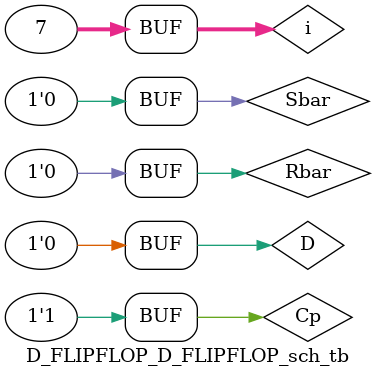
<source format=v>

`timescale 1ns / 1ps

module D_FLIPFLOP_D_FLIPFLOP_sch_tb();

// Inputs
   reg Cp;
   reg Sbar;
   reg D;
   reg Rbar;

// Output
   wire Q;
   wire Qbar;

// Bidirs

// Instantiate the UUT
   D_FLIPFLOP UUT (
		.Q(Q), 
		.Qbar(Qbar), 
		.Cp(Cp), 
		.Sbar(Sbar), 
		.D(D), 
		.Rbar(Rbar)
   );
// Initialize Inputs
integer i;
initial begin

Sbar=1;Rbar=1;

for (i=0;i<2;i=i+1)begin
	D=i;
	#100;
end

for (i=0;i<7;i=i+1)begin
	{Sbar,Rbar,D}=i;
	#25;
end

Sbar=0;Rbar=0;


	 
end

always begin
	Cp=0; #50;
	Cp=1; #50;
end

endmodule

</source>
